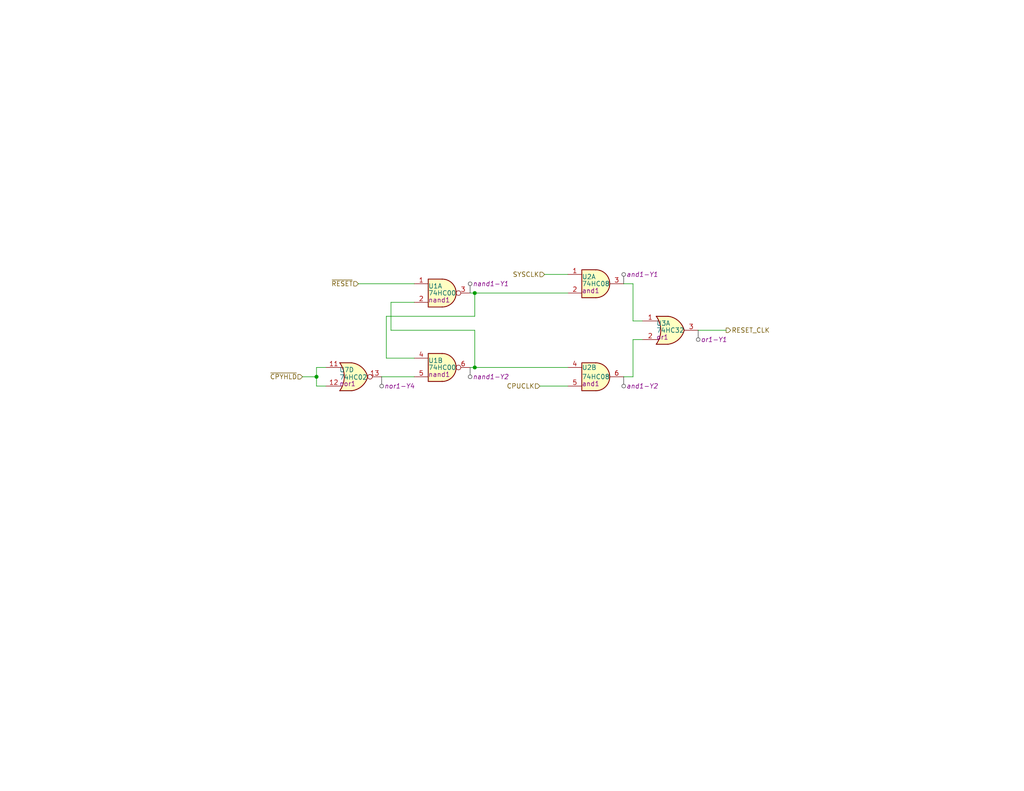
<source format=kicad_sch>
(kicad_sch (version 20230121) (generator eeschema)
  (paper "A")
  (title_block (title "Reset Module - Clock Selection & Timing") (date "2022-10-29") (rev "1.0") (company "16-Bit Computer From Scratch") (comment 1 "Adam Clark (@eryjus)"))
  (lib_symbols
    (symbol "74xx:74HC00" (pin_names (offset 1.016))
      (property "Reference" "U" (at 0 1.27 0))
      (property "Value" "74HC00" (at 0 -1.27 0))
      (symbol "74HC00_1_1"
        (arc (start 0 -3.81) (mid 3.7934 0) (end 0 3.81) (stroke (width 0.254)) (fill (type background)))
        (polyline (pts (xy 0 3.81) (xy -3.81 3.81) (xy -3.81 -3.81) (xy 0 -3.81)) (stroke (width 0.254)) (fill (type background)))
        (pin input line (at -7.62 2.54 0) (length 3.81) (name "~") (number "1"))
        (pin input line (at -7.62 -2.54 0) (length 3.81) (name "~") (number "2"))
        (pin output inverted (at 7.62 0 180) (length 3.81) (name "~") (number "3"))
      )
      (symbol "74HC00_1_2"
        (arc (start -3.81 -3.81) (mid -2.589 0) (end -3.81 3.81) (stroke (width 0.254)))
        (arc (start -0.6096 -3.81) (mid 2.1842 -2.5851) (end 3.81 0) (stroke (width 0.254)) (fill (type background)))
        (polyline (pts (xy -3.81 -3.81) (xy -0.635 -3.81)) (stroke (width 0.254)) (fill (type background)))
        (polyline (pts (xy -3.81 3.81) (xy -0.635 3.81)) (stroke (width 0.254)) (fill (type background)))
        (polyline (pts (xy -0.635 3.81) (xy -3.81 3.81) (xy -3.81 3.81) (xy -3.556 3.4036) (xy -3.0226 2.2606) (xy -2.6924 1.0414) (xy -2.6162 -0.254) (xy -2.7686 -1.4986) (xy -3.175 -2.7178) (xy -3.81 -3.81) (xy -3.81 -3.81) (xy -0.635 -3.81)) (stroke (width -25.4)) (fill (type background)))
        (arc (start 3.81 0) (mid 2.1915 2.5936) (end -0.6096 3.81) (stroke (width 0.254)) (fill (type background)))
        (pin input inverted (at -7.62 2.54 0) (length 4.318) (name "~") (number "1"))
        (pin input inverted (at -7.62 -2.54 0) (length 4.318) (name "~") (number "2"))
        (pin output line (at 7.62 0 180) (length 3.81) (name "~") (number "3"))
      )
      (symbol "74HC00_2_1"
        (arc (start 0 -3.81) (mid 3.7934 0) (end 0 3.81) (stroke (width 0.254)) (fill (type background)))
        (polyline (pts (xy 0 3.81) (xy -3.81 3.81) (xy -3.81 -3.81) (xy 0 -3.81)) (stroke (width 0.254)) (fill (type background)))
        (pin input line (at -7.62 2.54 0) (length 3.81) (name "~") (number "4"))
        (pin input line (at -7.62 -2.54 0) (length 3.81) (name "~") (number "5"))
        (pin output inverted (at 7.62 0 180) (length 3.81) (name "~") (number "6"))
      )
      (symbol "74HC00_2_2"
        (arc (start -3.81 -3.81) (mid -2.589 0) (end -3.81 3.81) (stroke (width 0.254)))
        (arc (start -0.6096 -3.81) (mid 2.1842 -2.5851) (end 3.81 0) (stroke (width 0.254)) (fill (type background)))
        (polyline (pts (xy -3.81 -3.81) (xy -0.635 -3.81)) (stroke (width 0.254)) (fill (type background)))
        (polyline (pts (xy -3.81 3.81) (xy -0.635 3.81)) (stroke (width 0.254)) (fill (type background)))
        (polyline (pts (xy -0.635 3.81) (xy -3.81 3.81) (xy -3.81 3.81) (xy -3.556 3.4036) (xy -3.0226 2.2606) (xy -2.6924 1.0414) (xy -2.6162 -0.254) (xy -2.7686 -1.4986) (xy -3.175 -2.7178) (xy -3.81 -3.81) (xy -3.81 -3.81) (xy -0.635 -3.81)) (stroke (width -25.4)) (fill (type background)))
        (arc (start 3.81 0) (mid 2.1915 2.5936) (end -0.6096 3.81) (stroke (width 0.254)) (fill (type background)))
        (pin input inverted (at -7.62 2.54 0) (length 4.318) (name "~") (number "4"))
        (pin input inverted (at -7.62 -2.54 0) (length 4.318) (name "~") (number "5"))
        (pin output line (at 7.62 0 180) (length 3.81) (name "~") (number "6"))
      )
      (symbol "74HC00_3_1"
        (arc (start 0 -3.81) (mid 3.7934 0) (end 0 3.81) (stroke (width 0.254)) (fill (type background)))
        (polyline (pts (xy 0 3.81) (xy -3.81 3.81) (xy -3.81 -3.81) (xy 0 -3.81)) (stroke (width 0.254)) (fill (type background)))
        (pin input line (at -7.62 -2.54 0) (length 3.81) (name "~") (number "10"))
        (pin output inverted (at 7.62 0 180) (length 3.81) (name "~") (number "8"))
        (pin input line (at -7.62 2.54 0) (length 3.81) (name "~") (number "9"))
      )
      (symbol "74HC00_3_2"
        (arc (start -3.81 -3.81) (mid -2.589 0) (end -3.81 3.81) (stroke (width 0.254)))
        (arc (start -0.6096 -3.81) (mid 2.1842 -2.5851) (end 3.81 0) (stroke (width 0.254)) (fill (type background)))
        (polyline (pts (xy -3.81 -3.81) (xy -0.635 -3.81)) (stroke (width 0.254)) (fill (type background)))
        (polyline (pts (xy -3.81 3.81) (xy -0.635 3.81)) (stroke (width 0.254)) (fill (type background)))
        (polyline (pts (xy -0.635 3.81) (xy -3.81 3.81) (xy -3.81 3.81) (xy -3.556 3.4036) (xy -3.0226 2.2606) (xy -2.6924 1.0414) (xy -2.6162 -0.254) (xy -2.7686 -1.4986) (xy -3.175 -2.7178) (xy -3.81 -3.81) (xy -3.81 -3.81) (xy -0.635 -3.81)) (stroke (width -25.4)) (fill (type background)))
        (arc (start 3.81 0) (mid 2.1915 2.5936) (end -0.6096 3.81) (stroke (width 0.254)) (fill (type background)))
        (pin input inverted (at -7.62 -2.54 0) (length 4.318) (name "~") (number "10"))
        (pin output line (at 7.62 0 180) (length 3.81) (name "~") (number "8"))
        (pin input inverted (at -7.62 2.54 0) (length 4.318) (name "~") (number "9"))
      )
      (symbol "74HC00_4_1"
        (arc (start 0 -3.81) (mid 3.7934 0) (end 0 3.81) (stroke (width 0.254)) (fill (type background)))
        (polyline (pts (xy 0 3.81) (xy -3.81 3.81) (xy -3.81 -3.81) (xy 0 -3.81)) (stroke (width 0.254)) (fill (type background)))
        (pin output inverted (at 7.62 0 180) (length 3.81) (name "~") (number "11"))
        (pin input line (at -7.62 2.54 0) (length 3.81) (name "~") (number "12"))
        (pin input line (at -7.62 -2.54 0) (length 3.81) (name "~") (number "13"))
      )
      (symbol "74HC00_4_2"
        (arc (start -3.81 -3.81) (mid -2.589 0) (end -3.81 3.81) (stroke (width 0.254)))
        (arc (start -0.6096 -3.81) (mid 2.1842 -2.5851) (end 3.81 0) (stroke (width 0.254)) (fill (type background)))
        (polyline (pts (xy -3.81 -3.81) (xy -0.635 -3.81)) (stroke (width 0.254)) (fill (type background)))
        (polyline (pts (xy -3.81 3.81) (xy -0.635 3.81)) (stroke (width 0.254)) (fill (type background)))
        (polyline (pts (xy -0.635 3.81) (xy -3.81 3.81) (xy -3.81 3.81) (xy -3.556 3.4036) (xy -3.0226 2.2606) (xy -2.6924 1.0414) (xy -2.6162 -0.254) (xy -2.7686 -1.4986) (xy -3.175 -2.7178) (xy -3.81 -3.81) (xy -3.81 -3.81) (xy -0.635 -3.81)) (stroke (width -25.4)) (fill (type background)))
        (arc (start 3.81 0) (mid 2.1915 2.5936) (end -0.6096 3.81) (stroke (width 0.254)) (fill (type background)))
        (pin output line (at 7.62 0 180) (length 3.81) (name "~") (number "11"))
        (pin input inverted (at -7.62 2.54 0) (length 4.318) (name "~") (number "12"))
        (pin input inverted (at -7.62 -2.54 0) (length 4.318) (name "~") (number "13"))
      )
      (symbol "74HC00_5_0"
        (pin power_in line (at 0 12.7 270) (length 5.08) (name "VCC") (number "14"))
        (pin power_in line (at 0 -12.7 90) (length 5.08) (name "GND") (number "7"))
      )
      (symbol "74HC00_5_1"
        (rectangle (start -5.08 7.62) (end 5.08 -7.62) (stroke (width 0.254)) (fill (type background)))
      )
    )
    (symbol "74xx:74HC02" (pin_names (offset 1.016))
      (property "Reference" "U" (at 0 1.27 0))
      (property "Value" "74HC02" (at 0 -1.27 0))
      (symbol "74HC02_1_1"
        (arc (start -3.81 -3.81) (mid -2.589 0) (end -3.81 3.81) (stroke (width 0.254)))
        (arc (start -0.6096 -3.81) (mid 2.1842 -2.5851) (end 3.81 0) (stroke (width 0.254)) (fill (type background)))
        (polyline (pts (xy -3.81 -3.81) (xy -0.635 -3.81)) (stroke (width 0.254)) (fill (type background)))
        (polyline (pts (xy -3.81 3.81) (xy -0.635 3.81)) (stroke (width 0.254)) (fill (type background)))
        (polyline (pts (xy -0.635 3.81) (xy -3.81 3.81) (xy -3.81 3.81) (xy -3.556 3.4036) (xy -3.0226 2.2606) (xy -2.6924 1.0414) (xy -2.6162 -0.254) (xy -2.7686 -1.4986) (xy -3.175 -2.7178) (xy -3.81 -3.81) (xy -3.81 -3.81) (xy -0.635 -3.81)) (stroke (width -25.4)) (fill (type background)))
        (arc (start 3.81 0) (mid 2.1915 2.5936) (end -0.6096 3.81) (stroke (width 0.254)) (fill (type background)))
        (pin output inverted (at 7.62 0 180) (length 3.81) (name "~") (number "1"))
        (pin input line (at -7.62 2.54 0) (length 4.318) (name "~") (number "2"))
        (pin input line (at -7.62 -2.54 0) (length 4.318) (name "~") (number "3"))
      )
      (symbol "74HC02_1_2"
        (arc (start 0 -3.81) (mid 3.7934 0) (end 0 3.81) (stroke (width 0.254)) (fill (type background)))
        (polyline (pts (xy 0 3.81) (xy -3.81 3.81) (xy -3.81 -3.81) (xy 0 -3.81)) (stroke (width 0.254)) (fill (type background)))
        (pin output line (at 7.62 0 180) (length 3.81) (name "~") (number "1"))
        (pin input inverted (at -7.62 2.54 0) (length 3.81) (name "~") (number "2"))
        (pin input inverted (at -7.62 -2.54 0) (length 3.81) (name "~") (number "3"))
      )
      (symbol "74HC02_2_1"
        (arc (start -3.81 -3.81) (mid -2.589 0) (end -3.81 3.81) (stroke (width 0.254)))
        (arc (start -0.6096 -3.81) (mid 2.1842 -2.5851) (end 3.81 0) (stroke (width 0.254)) (fill (type background)))
        (polyline (pts (xy -3.81 -3.81) (xy -0.635 -3.81)) (stroke (width 0.254)) (fill (type background)))
        (polyline (pts (xy -3.81 3.81) (xy -0.635 3.81)) (stroke (width 0.254)) (fill (type background)))
        (polyline (pts (xy -0.635 3.81) (xy -3.81 3.81) (xy -3.81 3.81) (xy -3.556 3.4036) (xy -3.0226 2.2606) (xy -2.6924 1.0414) (xy -2.6162 -0.254) (xy -2.7686 -1.4986) (xy -3.175 -2.7178) (xy -3.81 -3.81) (xy -3.81 -3.81) (xy -0.635 -3.81)) (stroke (width -25.4)) (fill (type background)))
        (arc (start 3.81 0) (mid 2.1915 2.5936) (end -0.6096 3.81) (stroke (width 0.254)) (fill (type background)))
        (pin output inverted (at 7.62 0 180) (length 3.81) (name "~") (number "4"))
        (pin input line (at -7.62 2.54 0) (length 4.318) (name "~") (number "5"))
        (pin input line (at -7.62 -2.54 0) (length 4.318) (name "~") (number "6"))
      )
      (symbol "74HC02_2_2"
        (arc (start 0 -3.81) (mid 3.7934 0) (end 0 3.81) (stroke (width 0.254)) (fill (type background)))
        (polyline (pts (xy 0 3.81) (xy -3.81 3.81) (xy -3.81 -3.81) (xy 0 -3.81)) (stroke (width 0.254)) (fill (type background)))
        (pin output line (at 7.62 0 180) (length 3.81) (name "~") (number "4"))
        (pin input inverted (at -7.62 2.54 0) (length 3.81) (name "~") (number "5"))
        (pin input inverted (at -7.62 -2.54 0) (length 3.81) (name "~") (number "6"))
      )
      (symbol "74HC02_3_1"
        (arc (start -3.81 -3.81) (mid -2.589 0) (end -3.81 3.81) (stroke (width 0.254)))
        (arc (start -0.6096 -3.81) (mid 2.1842 -2.5851) (end 3.81 0) (stroke (width 0.254)) (fill (type background)))
        (polyline (pts (xy -3.81 -3.81) (xy -0.635 -3.81)) (stroke (width 0.254)) (fill (type background)))
        (polyline (pts (xy -3.81 3.81) (xy -0.635 3.81)) (stroke (width 0.254)) (fill (type background)))
        (polyline (pts (xy -0.635 3.81) (xy -3.81 3.81) (xy -3.81 3.81) (xy -3.556 3.4036) (xy -3.0226 2.2606) (xy -2.6924 1.0414) (xy -2.6162 -0.254) (xy -2.7686 -1.4986) (xy -3.175 -2.7178) (xy -3.81 -3.81) (xy -3.81 -3.81) (xy -0.635 -3.81)) (stroke (width -25.4)) (fill (type background)))
        (arc (start 3.81 0) (mid 2.1915 2.5936) (end -0.6096 3.81) (stroke (width 0.254)) (fill (type background)))
        (pin output inverted (at 7.62 0 180) (length 3.81) (name "~") (number "10"))
        (pin input line (at -7.62 2.54 0) (length 4.318) (name "~") (number "8"))
        (pin input line (at -7.62 -2.54 0) (length 4.318) (name "~") (number "9"))
      )
      (symbol "74HC02_3_2"
        (arc (start 0 -3.81) (mid 3.7934 0) (end 0 3.81) (stroke (width 0.254)) (fill (type background)))
        (polyline (pts (xy 0 3.81) (xy -3.81 3.81) (xy -3.81 -3.81) (xy 0 -3.81)) (stroke (width 0.254)) (fill (type background)))
        (pin output line (at 7.62 0 180) (length 3.81) (name "~") (number "10"))
        (pin input inverted (at -7.62 2.54 0) (length 3.81) (name "~") (number "8"))
        (pin input inverted (at -7.62 -2.54 0) (length 3.81) (name "~") (number "9"))
      )
      (symbol "74HC02_4_1"
        (arc (start -3.81 -3.81) (mid -2.589 0) (end -3.81 3.81) (stroke (width 0.254)))
        (arc (start -0.6096 -3.81) (mid 2.1842 -2.5851) (end 3.81 0) (stroke (width 0.254)) (fill (type background)))
        (polyline (pts (xy -3.81 -3.81) (xy -0.635 -3.81)) (stroke (width 0.254)) (fill (type background)))
        (polyline (pts (xy -3.81 3.81) (xy -0.635 3.81)) (stroke (width 0.254)) (fill (type background)))
        (polyline (pts (xy -0.635 3.81) (xy -3.81 3.81) (xy -3.81 3.81) (xy -3.556 3.4036) (xy -3.0226 2.2606) (xy -2.6924 1.0414) (xy -2.6162 -0.254) (xy -2.7686 -1.4986) (xy -3.175 -2.7178) (xy -3.81 -3.81) (xy -3.81 -3.81) (xy -0.635 -3.81)) (stroke (width -25.4)) (fill (type background)))
        (arc (start 3.81 0) (mid 2.1915 2.5936) (end -0.6096 3.81) (stroke (width 0.254)) (fill (type background)))
        (pin input line (at -7.62 2.54 0) (length 4.318) (name "~") (number "11"))
        (pin input line (at -7.62 -2.54 0) (length 4.318) (name "~") (number "12"))
        (pin output inverted (at 7.62 0 180) (length 3.81) (name "~") (number "13"))
      )
      (symbol "74HC02_4_2"
        (arc (start 0 -3.81) (mid 3.7934 0) (end 0 3.81) (stroke (width 0.254)) (fill (type background)))
        (polyline (pts (xy 0 3.81) (xy -3.81 3.81) (xy -3.81 -3.81) (xy 0 -3.81)) (stroke (width 0.254)) (fill (type background)))
        (pin input inverted (at -7.62 2.54 0) (length 3.81) (name "~") (number "11"))
        (pin input inverted (at -7.62 -2.54 0) (length 3.81) (name "~") (number "12"))
        (pin output line (at 7.62 0 180) (length 3.81) (name "~") (number "13"))
      )
      (symbol "74HC02_5_0"
        (pin power_in line (at 0 12.7 270) (length 5.08) (name "VCC") (number "14"))
        (pin power_in line (at 0 -12.7 90) (length 5.08) (name "GND") (number "7"))
      )
      (symbol "74HC02_5_1"
        (rectangle (start -5.08 7.62) (end 5.08 -7.62) (stroke (width 0.254)) (fill (type background)))
      )
    )
    (symbol "eryjus:74HC08" (pin_names (offset 1.016))
      (property "Reference" "U" (at 0 1.27 0))
      (property "Value" "74HC08" (at 0 -1.27 0))
      (symbol "74HC08_1_1"
        (arc (start 0 -3.81) (mid 3.7934 0) (end 0 3.81) (stroke (width 0.254)) (fill (type background)))
        (polyline (pts (xy 0 3.81) (xy -3.81 3.81) (xy -3.81 -3.81) (xy 0 -3.81)) (stroke (width 0.254)) (fill (type background)))
        (pin input line (at -7.62 2.54 0) (length 3.81) (name "~") (number "1"))
        (pin input line (at -7.62 -2.54 0) (length 3.81) (name "~") (number "2"))
        (pin output line (at 7.62 0 180) (length 3.81) (name "~") (number "3"))
      )
      (symbol "74HC08_1_2"
        (arc (start -3.81 -3.81) (mid -2.589 0) (end -3.81 3.81) (stroke (width 0.254)))
        (arc (start -0.6096 -3.81) (mid 2.1842 -2.5851) (end 3.81 0) (stroke (width 0.254)) (fill (type background)))
        (polyline (pts (xy -3.81 -3.81) (xy -0.635 -3.81)) (stroke (width 0.254)) (fill (type background)))
        (polyline (pts (xy -3.81 3.81) (xy -0.635 3.81)) (stroke (width 0.254)) (fill (type background)))
        (polyline (pts (xy -0.635 3.81) (xy -3.81 3.81) (xy -3.81 3.81) (xy -3.556 3.4036) (xy -3.0226 2.2606) (xy -2.6924 1.0414) (xy -2.6162 -0.254) (xy -2.7686 -1.4986) (xy -3.175 -2.7178) (xy -3.81 -3.81) (xy -3.81 -3.81) (xy -0.635 -3.81)) (stroke (width -25.4)) (fill (type background)))
        (arc (start 3.81 0) (mid 2.1915 2.5936) (end -0.6096 3.81) (stroke (width 0.254)) (fill (type background)))
        (pin input inverted (at -7.62 2.54 0) (length 4.318) (name "~") (number "1"))
        (pin input inverted (at -7.62 -2.54 0) (length 4.318) (name "~") (number "2"))
        (pin output inverted (at 7.62 0 180) (length 3.81) (name "~") (number "3"))
      )
      (symbol "74HC08_2_1"
        (arc (start 0 -3.81) (mid 3.7934 0) (end 0 3.81) (stroke (width 0.254)) (fill (type background)))
        (polyline (pts (xy 0 3.81) (xy -3.81 3.81) (xy -3.81 -3.81) (xy 0 -3.81)) (stroke (width 0.254)) (fill (type background)))
        (pin input line (at -7.62 2.54 0) (length 3.81) (name "~") (number "4"))
        (pin input line (at -7.62 -2.54 0) (length 3.81) (name "~") (number "5"))
        (pin output line (at 7.62 0 180) (length 3.81) (name "~") (number "6"))
      )
      (symbol "74HC08_2_2"
        (arc (start -3.81 -3.81) (mid -2.589 0) (end -3.81 3.81) (stroke (width 0.254)))
        (arc (start -0.6096 -3.81) (mid 2.1842 -2.5851) (end 3.81 0) (stroke (width 0.254)) (fill (type background)))
        (polyline (pts (xy -3.81 -3.81) (xy -0.635 -3.81)) (stroke (width 0.254)) (fill (type background)))
        (polyline (pts (xy -3.81 3.81) (xy -0.635 3.81)) (stroke (width 0.254)) (fill (type background)))
        (polyline (pts (xy -0.635 3.81) (xy -3.81 3.81) (xy -3.81 3.81) (xy -3.556 3.4036) (xy -3.0226 2.2606) (xy -2.6924 1.0414) (xy -2.6162 -0.254) (xy -2.7686 -1.4986) (xy -3.175 -2.7178) (xy -3.81 -3.81) (xy -3.81 -3.81) (xy -0.635 -3.81)) (stroke (width -25.4)) (fill (type background)))
        (arc (start 3.81 0) (mid 2.1915 2.5936) (end -0.6096 3.81) (stroke (width 0.254)) (fill (type background)))
        (pin input inverted (at -7.62 2.54 0) (length 4.318) (name "~") (number "4"))
        (pin input inverted (at -7.62 -2.54 0) (length 4.318) (name "~") (number "5"))
        (pin output inverted (at 7.62 0 180) (length 3.81) (name "~") (number "6"))
      )
      (symbol "74HC08_3_1"
        (arc (start 0 -3.81) (mid 3.7934 0) (end 0 3.81) (stroke (width 0.254)) (fill (type background)))
        (polyline (pts (xy 0 3.81) (xy -3.81 3.81) (xy -3.81 -3.81) (xy 0 -3.81)) (stroke (width 0.254)) (fill (type background)))
        (pin input line (at -7.62 -2.54 0) (length 3.81) (name "~") (number "10"))
        (pin output line (at 7.62 0 180) (length 3.81) (name "~") (number "8"))
        (pin input line (at -7.62 2.54 0) (length 3.81) (name "~") (number "9"))
      )
      (symbol "74HC08_3_2"
        (arc (start -3.81 -3.81) (mid -2.589 0) (end -3.81 3.81) (stroke (width 0.254)))
        (arc (start -0.6096 -3.81) (mid 2.1842 -2.5851) (end 3.81 0) (stroke (width 0.254)) (fill (type background)))
        (polyline (pts (xy -3.81 -3.81) (xy -0.635 -3.81)) (stroke (width 0.254)) (fill (type background)))
        (polyline (pts (xy -3.81 3.81) (xy -0.635 3.81)) (stroke (width 0.254)) (fill (type background)))
        (polyline (pts (xy -0.635 3.81) (xy -3.81 3.81) (xy -3.81 3.81) (xy -3.556 3.4036) (xy -3.0226 2.2606) (xy -2.6924 1.0414) (xy -2.6162 -0.254) (xy -2.7686 -1.4986) (xy -3.175 -2.7178) (xy -3.81 -3.81) (xy -3.81 -3.81) (xy -0.635 -3.81)) (stroke (width -25.4)) (fill (type background)))
        (arc (start 3.81 0) (mid 2.1915 2.5936) (end -0.6096 3.81) (stroke (width 0.254)) (fill (type background)))
        (pin input inverted (at -7.62 -2.54 0) (length 4.318) (name "~") (number "10"))
        (pin output inverted (at 7.62 0 180) (length 3.81) (name "~") (number "8"))
        (pin input inverted (at -7.62 2.54 0) (length 4.318) (name "~") (number "9"))
      )
      (symbol "74HC08_4_1"
        (arc (start 0 -3.81) (mid 3.7934 0) (end 0 3.81) (stroke (width 0.254)) (fill (type background)))
        (polyline (pts (xy 0 3.81) (xy -3.81 3.81) (xy -3.81 -3.81) (xy 0 -3.81)) (stroke (width 0.254)) (fill (type background)))
        (pin output line (at 7.62 0 180) (length 3.81) (name "~") (number "11"))
        (pin input line (at -7.62 2.54 0) (length 3.81) (name "~") (number "12"))
        (pin input line (at -7.62 -2.54 0) (length 3.81) (name "~") (number "13"))
      )
      (symbol "74HC08_4_2"
        (arc (start -3.81 -3.81) (mid -2.589 0) (end -3.81 3.81) (stroke (width 0.254)))
        (arc (start -0.6096 -3.81) (mid 2.1842 -2.5851) (end 3.81 0) (stroke (width 0.254)) (fill (type background)))
        (polyline (pts (xy -3.81 -3.81) (xy -0.635 -3.81)) (stroke (width 0.254)) (fill (type background)))
        (polyline (pts (xy -3.81 3.81) (xy -0.635 3.81)) (stroke (width 0.254)) (fill (type background)))
        (polyline (pts (xy -0.635 3.81) (xy -3.81 3.81) (xy -3.81 3.81) (xy -3.556 3.4036) (xy -3.0226 2.2606) (xy -2.6924 1.0414) (xy -2.6162 -0.254) (xy -2.7686 -1.4986) (xy -3.175 -2.7178) (xy -3.81 -3.81) (xy -3.81 -3.81) (xy -0.635 -3.81)) (stroke (width -25.4)) (fill (type background)))
        (arc (start 3.81 0) (mid 2.1915 2.5936) (end -0.6096 3.81) (stroke (width 0.254)) (fill (type background)))
        (pin output inverted (at 7.62 0 180) (length 3.81) (name "~") (number "11"))
        (pin input inverted (at -7.62 2.54 0) (length 4.318) (name "~") (number "12"))
        (pin input inverted (at -7.62 -2.54 0) (length 4.318) (name "~") (number "13"))
      )
      (symbol "74HC08_5_0"
        (pin power_in line (at 0 12.7 270) (length 5.08) (name "VCC") (number "14"))
        (pin power_in line (at 0 -12.7 90) (length 5.08) (name "GND") (number "7"))
      )
      (symbol "74HC08_5_1"
        (rectangle (start -5.08 7.62) (end 5.08 -7.62) (stroke (width 0.254)) (fill (type background)))
      )
    )
    (symbol "eryjus:74HC32" (pin_names (offset 1.016))
      (property "Reference" "U" (at 0 1.27 0))
      (property "Value" "74HC32" (at 0 -1.27 0))
      (symbol "74HC32_1_1"
        (arc (start -3.81 -3.81) (mid -2.589 0) (end -3.81 3.81) (stroke (width 0.254)))
        (arc (start -0.6096 -3.81) (mid 2.1842 -2.5851) (end 3.81 0) (stroke (width 0.254)) (fill (type background)))
        (polyline (pts (xy -3.81 -3.81) (xy -0.635 -3.81)) (stroke (width 0.254)) (fill (type background)))
        (polyline (pts (xy -3.81 3.81) (xy -0.635 3.81)) (stroke (width 0.254)) (fill (type background)))
        (polyline (pts (xy -0.635 3.81) (xy -3.81 3.81) (xy -3.81 3.81) (xy -3.556 3.4036) (xy -3.0226 2.2606) (xy -2.6924 1.0414) (xy -2.6162 -0.254) (xy -2.7686 -1.4986) (xy -3.175 -2.7178) (xy -3.81 -3.81) (xy -3.81 -3.81) (xy -0.635 -3.81)) (stroke (width -25.4)) (fill (type background)))
        (arc (start 3.81 0) (mid 2.1915 2.5936) (end -0.6096 3.81) (stroke (width 0.254)) (fill (type background)))
        (pin input line (at -7.62 2.54 0) (length 4.318) (name "~") (number "1"))
        (pin input line (at -7.62 -2.54 0) (length 4.318) (name "~") (number "2"))
        (pin output line (at 7.62 0 180) (length 3.81) (name "~") (number "3"))
      )
      (symbol "74HC32_1_2"
        (arc (start 0 -3.81) (mid 3.7934 0) (end 0 3.81) (stroke (width 0.254)) (fill (type background)))
        (polyline (pts (xy 0 3.81) (xy -3.81 3.81) (xy -3.81 -3.81) (xy 0 -3.81)) (stroke (width 0.254)) (fill (type background)))
        (pin input inverted (at -7.62 2.54 0) (length 3.81) (name "~") (number "1"))
        (pin input inverted (at -7.62 -2.54 0) (length 3.81) (name "~") (number "2"))
        (pin output inverted (at 7.62 0 180) (length 3.81) (name "~") (number "3"))
      )
      (symbol "74HC32_2_1"
        (arc (start -3.81 -3.81) (mid -2.589 0) (end -3.81 3.81) (stroke (width 0.254)))
        (arc (start -0.6096 -3.81) (mid 2.1842 -2.5851) (end 3.81 0) (stroke (width 0.254)) (fill (type background)))
        (polyline (pts (xy -3.81 -3.81) (xy -0.635 -3.81)) (stroke (width 0.254)) (fill (type background)))
        (polyline (pts (xy -3.81 3.81) (xy -0.635 3.81)) (stroke (width 0.254)) (fill (type background)))
        (polyline (pts (xy -0.635 3.81) (xy -3.81 3.81) (xy -3.81 3.81) (xy -3.556 3.4036) (xy -3.0226 2.2606) (xy -2.6924 1.0414) (xy -2.6162 -0.254) (xy -2.7686 -1.4986) (xy -3.175 -2.7178) (xy -3.81 -3.81) (xy -3.81 -3.81) (xy -0.635 -3.81)) (stroke (width -25.4)) (fill (type background)))
        (arc (start 3.81 0) (mid 2.1915 2.5936) (end -0.6096 3.81) (stroke (width 0.254)) (fill (type background)))
        (pin input line (at -7.62 2.54 0) (length 4.318) (name "~") (number "4"))
        (pin input line (at -7.62 -2.54 0) (length 4.318) (name "~") (number "5"))
        (pin output line (at 7.62 0 180) (length 3.81) (name "~") (number "6"))
      )
      (symbol "74HC32_2_2"
        (arc (start 0 -3.81) (mid 3.7934 0) (end 0 3.81) (stroke (width 0.254)) (fill (type background)))
        (polyline (pts (xy 0 3.81) (xy -3.81 3.81) (xy -3.81 -3.81) (xy 0 -3.81)) (stroke (width 0.254)) (fill (type background)))
        (pin input inverted (at -7.62 2.54 0) (length 3.81) (name "~") (number "4"))
        (pin input inverted (at -7.62 -2.54 0) (length 3.81) (name "~") (number "5"))
        (pin output inverted (at 7.62 0 180) (length 3.81) (name "~") (number "6"))
      )
      (symbol "74HC32_3_1"
        (arc (start -3.81 -3.81) (mid -2.589 0) (end -3.81 3.81) (stroke (width 0.254)))
        (arc (start -0.6096 -3.81) (mid 2.1842 -2.5851) (end 3.81 0) (stroke (width 0.254)) (fill (type background)))
        (polyline (pts (xy -3.81 -3.81) (xy -0.635 -3.81)) (stroke (width 0.254)) (fill (type background)))
        (polyline (pts (xy -3.81 3.81) (xy -0.635 3.81)) (stroke (width 0.254)) (fill (type background)))
        (polyline (pts (xy -0.635 3.81) (xy -3.81 3.81) (xy -3.81 3.81) (xy -3.556 3.4036) (xy -3.0226 2.2606) (xy -2.6924 1.0414) (xy -2.6162 -0.254) (xy -2.7686 -1.4986) (xy -3.175 -2.7178) (xy -3.81 -3.81) (xy -3.81 -3.81) (xy -0.635 -3.81)) (stroke (width -25.4)) (fill (type background)))
        (arc (start 3.81 0) (mid 2.1915 2.5936) (end -0.6096 3.81) (stroke (width 0.254)) (fill (type background)))
        (pin input line (at -7.62 -2.54 0) (length 4.318) (name "~") (number "10"))
        (pin output line (at 7.62 0 180) (length 3.81) (name "~") (number "8"))
        (pin input line (at -7.62 2.54 0) (length 4.318) (name "~") (number "9"))
      )
      (symbol "74HC32_3_2"
        (arc (start 0 -3.81) (mid 3.7934 0) (end 0 3.81) (stroke (width 0.254)) (fill (type background)))
        (polyline (pts (xy 0 3.81) (xy -3.81 3.81) (xy -3.81 -3.81) (xy 0 -3.81)) (stroke (width 0.254)) (fill (type background)))
        (pin input inverted (at -7.62 -2.54 0) (length 3.81) (name "~") (number "10"))
        (pin output inverted (at 7.62 0 180) (length 3.81) (name "~") (number "8"))
        (pin input inverted (at -7.62 2.54 0) (length 3.81) (name "~") (number "9"))
      )
      (symbol "74HC32_4_1"
        (arc (start -3.81 -3.81) (mid -2.589 0) (end -3.81 3.81) (stroke (width 0.254)))
        (arc (start -0.6096 -3.81) (mid 2.1842 -2.5851) (end 3.81 0) (stroke (width 0.254)) (fill (type background)))
        (polyline (pts (xy -3.81 -3.81) (xy -0.635 -3.81)) (stroke (width 0.254)) (fill (type background)))
        (polyline (pts (xy -3.81 3.81) (xy -0.635 3.81)) (stroke (width 0.254)) (fill (type background)))
        (polyline (pts (xy -0.635 3.81) (xy -3.81 3.81) (xy -3.81 3.81) (xy -3.556 3.4036) (xy -3.0226 2.2606) (xy -2.6924 1.0414) (xy -2.6162 -0.254) (xy -2.7686 -1.4986) (xy -3.175 -2.7178) (xy -3.81 -3.81) (xy -3.81 -3.81) (xy -0.635 -3.81)) (stroke (width -25.4)) (fill (type background)))
        (arc (start 3.81 0) (mid 2.1915 2.5936) (end -0.6096 3.81) (stroke (width 0.254)) (fill (type background)))
        (pin output line (at 7.62 0 180) (length 3.81) (name "~") (number "11"))
        (pin input line (at -7.62 2.54 0) (length 4.318) (name "~") (number "12"))
        (pin input line (at -7.62 -2.54 0) (length 4.318) (name "~") (number "13"))
      )
      (symbol "74HC32_4_2"
        (arc (start 0 -3.81) (mid 3.7934 0) (end 0 3.81) (stroke (width 0.254)) (fill (type background)))
        (polyline (pts (xy 0 3.81) (xy -3.81 3.81) (xy -3.81 -3.81) (xy 0 -3.81)) (stroke (width 0.254)) (fill (type background)))
        (pin output inverted (at 7.62 0 180) (length 3.81) (name "~") (number "11"))
        (pin input inverted (at -7.62 2.54 0) (length 3.81) (name "~") (number "12"))
        (pin input inverted (at -7.62 -2.54 0) (length 3.81) (name "~") (number "13"))
      )
      (symbol "74HC32_5_0"
        (pin power_in line (at 0 12.7 270) (length 5.08) (name "VCC") (number "14"))
        (pin power_in line (at 0 -12.7 90) (length 5.08) (name "GND") (number "7"))
      )
      (symbol "74HC32_5_1"
        (rectangle (start -5.08 7.62) (end 5.08 -7.62) (stroke (width 0.254)) (fill (type background)))
      )
    )
  )
  (junction (at 129.54 80.01))
  (junction (at 86.36 102.87))
  (junction (at 129.54 100.33))
  (wire (pts (xy 106.68 82.55) (xy 113.03 82.55)))
  (wire (pts (xy 86.36 102.87) (xy 86.36 105.41)))
  (wire (pts (xy 105.41 86.36) (xy 105.41 97.79)))
  (wire (pts (xy 128.27 80.01) (xy 129.54 80.01)))
  (wire (pts (xy 86.36 105.41) (xy 88.9 105.41)))
  (wire (pts (xy 172.72 87.63) (xy 175.26 87.63)))
  (wire (pts (xy 170.18 102.87) (xy 172.72 102.87)))
  (wire (pts (xy 129.54 80.01) (xy 154.94 80.01)))
  (wire (pts (xy 129.54 80.01) (xy 129.54 86.36)))
  (wire (pts (xy 172.72 77.47) (xy 172.72 87.63)))
  (wire (pts (xy 82.55 102.87) (xy 86.36 102.87)))
  (wire (pts (xy 86.36 100.33) (xy 86.36 102.87)))
  (wire (pts (xy 88.9 100.33) (xy 86.36 100.33)))
  (wire (pts (xy 172.72 102.87) (xy 172.72 92.71)))
  (wire (pts (xy 97.79 77.47) (xy 113.03 77.47)))
  (wire (pts (xy 170.18 77.47) (xy 172.72 77.47)))
  (wire (pts (xy 128.27 100.33) (xy 129.54 100.33)))
  (wire (pts (xy 104.14 102.87) (xy 113.03 102.87)))
  (wire (pts (xy 147.32 105.41) (xy 154.94 105.41)))
  (wire (pts (xy 148.59 74.93) (xy 154.94 74.93)))
  (wire (pts (xy 129.54 100.33) (xy 154.94 100.33)))
  (wire (pts (xy 198.12 90.17) (xy 190.5 90.17)))
  (wire (pts (xy 172.72 92.71) (xy 175.26 92.71)))
  (wire (pts (xy 106.68 90.17) (xy 106.68 82.55)))
  (wire (pts (xy 105.41 97.79) (xy 113.03 97.79)))
  (wire (pts (xy 129.54 100.33) (xy 129.54 90.17)))
  (wire (pts (xy 129.54 86.36) (xy 105.41 86.36)))
  (wire (pts (xy 129.54 90.17) (xy 106.68 90.17)))
  (hierarchical_label "SYSCLK" (shape input) (at 148.59 74.93 180))
  (hierarchical_label "RESET_CLK" (shape output) (at 198.12 90.17 0))
  (hierarchical_label "~{RESET}" (shape input) (at 97.79 77.47 180))
  (hierarchical_label "CPUCLK" (shape input) (at 147.32 105.41 180))
  (hierarchical_label "~{CPYHLD}" (shape input) (at 82.55 102.87 180))
  (netclass_flag "" (length 2.54) (shape round) (at 190.5 90.17 180) (property "Netclass" "or1-Y1" (at 191.1985 92.71 0) (effects (font italic) (justify left))))
  (netclass_flag "" (length 2.54) (shape round) (at 170.18 102.87 180) (property "Netclass" "and1-Y2" (at 170.8785 105.41 0) (effects (font italic) (justify left))))
  (netclass_flag "" (length 2.54) (shape round) (at 104.14 102.87 180) (property "Netclass" "nor1-Y4" (at 104.8385 105.41 0) (effects (font italic) (justify left))))
  (netclass_flag "" (length 2.54) (shape round) (at 128.27 80.01 0) (property "Netclass" "nand1-Y1" (at 128.9685 77.47 0) (effects (font italic) (justify left))))
  (netclass_flag "" (length 2.54) (shape round) (at 128.27 100.33 180) (property "Netclass" "nand1-Y2" (at 128.9685 102.87 0) (effects (font italic) (justify left))))
  (netclass_flag "" (length 2.54) (shape round) (at 170.18 77.47 0) (property "Netclass" "and1-Y1" (at 170.8785 74.93 0) (effects (font italic) (justify left))))
  (symbol (lib_id "74xx:74HC00") (at 120.65 100.33 0) (unit 2)
    (property "Reference" "U1" (at 116.84 98.425 0) (effects (justify left)))
    (property "Value" "74HC00" (at 116.84 100.33 0) (effects (justify left)))
    (property "Datasheet" "http://www.ti.com/lit/gpn/sn74hc00" (effects hide))
    (property "name" "nand1" (at 116.84 102.235 0) (effects (justify left)))
  )
  (symbol (lib_id "eryjus:74HC08") (at 162.56 77.47 0) (unit 1)
    (property "Reference" "U2" (at 158.75 75.565 0) (effects (justify left)))
    (property "Value" "74HC08" (at 158.75 77.47 0) (effects (justify left)))
    (property "Datasheet" "http://www.ti.com/lit/gpn/sn74HC08" (effects hide))
    (property "name" "and1" (at 158.75 79.375 0) (effects (justify left)))
  )
  (symbol (lib_id "eryjus:74HC32") (at 182.88 90.17 0) (unit 1)
    (property "Reference" "U3" (at 179.07 88.265 0) (effects (justify left)))
    (property "Value" "74HC32" (at 179.07 90.17 0) (effects (justify left)))
    (property "Datasheet" "http://www.ti.com/lit/gpn/sn74HC32" (effects hide))
    (property "name" "or1" (at 179.07 92.075 0) (effects (justify left)))
  )
  (symbol (lib_id "74xx:74HC00") (at 120.65 80.01 0) (unit 1)
    (property "Reference" "U1" (at 116.84 78.105 0) (effects (justify left)))
    (property "Value" "74HC00" (at 116.84 80.01 0) (effects (justify left)))
    (property "Datasheet" "http://www.ti.com/lit/gpn/sn74hc00" (effects hide))
    (property "name" "nand1" (at 116.84 81.915 0) (effects (justify left)))
  )
  (symbol (lib_id "74xx:74HC02") (at 96.52 102.87 0) (unit 4)
    (property "Reference" "U7" (at 92.583 100.965 0) (effects (justify left)))
    (property "Value" "74HC02" (at 92.583 102.997 0) (effects (justify left)))
    (property "Datasheet" "http://www.ti.com/lit/gpn/sn74hc02" (effects hide))
    (property "name" "nor1" (at 92.583 104.775 0) (effects (justify left)))
  )
  (symbol (lib_id "eryjus:74HC08") (at 162.56 102.87 0) (unit 2)
    (property "Reference" "U2" (at 158.75 100.33 0) (effects (justify left)))
    (property "Value" "74HC08" (at 158.75 102.87 0) (effects (justify left)))
    (property "Datasheet" "http://www.ti.com/lit/gpn/sn74HC08" (effects hide))
    (property "name" "and1" (at 158.75 104.775 0) (effects (justify left)))
  )
)
</source>
